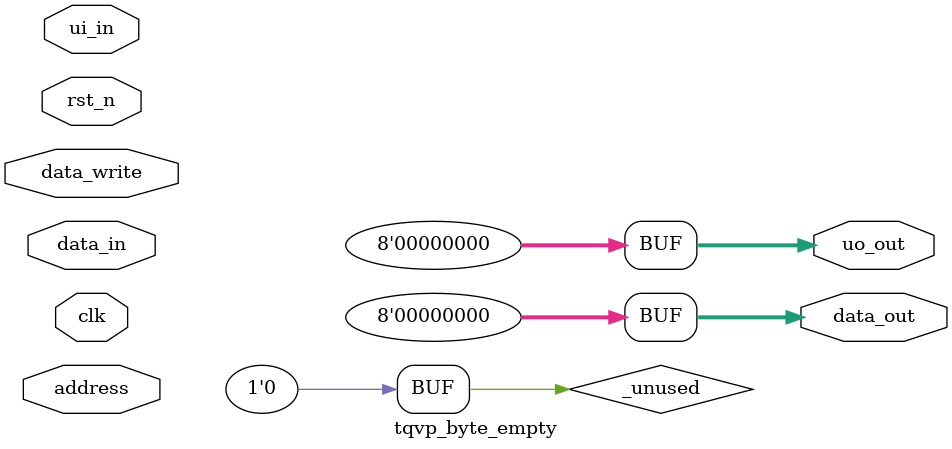
<source format=v>
/*
 * Copyright (c) 2025 Michael Bell
 * SPDX-License-Identifier: Apache-2.0
 */

`default_nettype none

// A TinyQV byte peripheral that does nothing
module tqvp_byte_empty (
    input         clk,
    input         rst_n,

    input  [7:0]  ui_in,        // The input PMOD, always available
    output [7:0]  uo_out,       // The output PMOD.  Each wire is only connected if this peripheral is selected

    input [3:0]   address,      // Address within this peripheral's address space

    input         data_write,   // Data write request from the TinyQV core.
    input [7:0]   data_in,      // Data in to the peripheral, valid when data_write is high.
    
    output [7:0]  data_out      // Data out from the peripheral, set this in accordance with the supplied address
);

    // All output pins must be assigned. If not used, assign to 0.
    assign uo_out = 0;
    assign data_out = 8'h0;

    // List all unused inputs to prevent warnings
    wire _unused = &{clk, rst_n, ui_in, address, data_in, data_write, 1'b0};

endmodule

</source>
